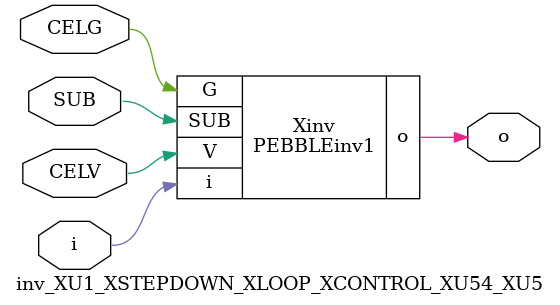
<source format=v>



module PEBBLEinv1 ( o, G, SUB, V, i );

  input V;
  input i;
  input G;
  output o;
  input SUB;
endmodule

//Celera Confidential Do Not Copy inv_XU1_XSTEPDOWN_XLOOP_XCONTROL_XU54_XU5
//Celera Confidential Symbol Generator
//5V Inverter
module inv_XU1_XSTEPDOWN_XLOOP_XCONTROL_XU54_XU5 (CELV,CELG,i,o,SUB);
input CELV;
input CELG;
input i;
input SUB;
output o;

//Celera Confidential Do Not Copy inv
PEBBLEinv1 Xinv(
.V (CELV),
.i (i),
.o (o),
.SUB (SUB),
.G (CELG)
);
//,diesize,PEBBLEinv1

//Celera Confidential Do Not Copy Module End
//Celera Schematic Generator
endmodule

</source>
